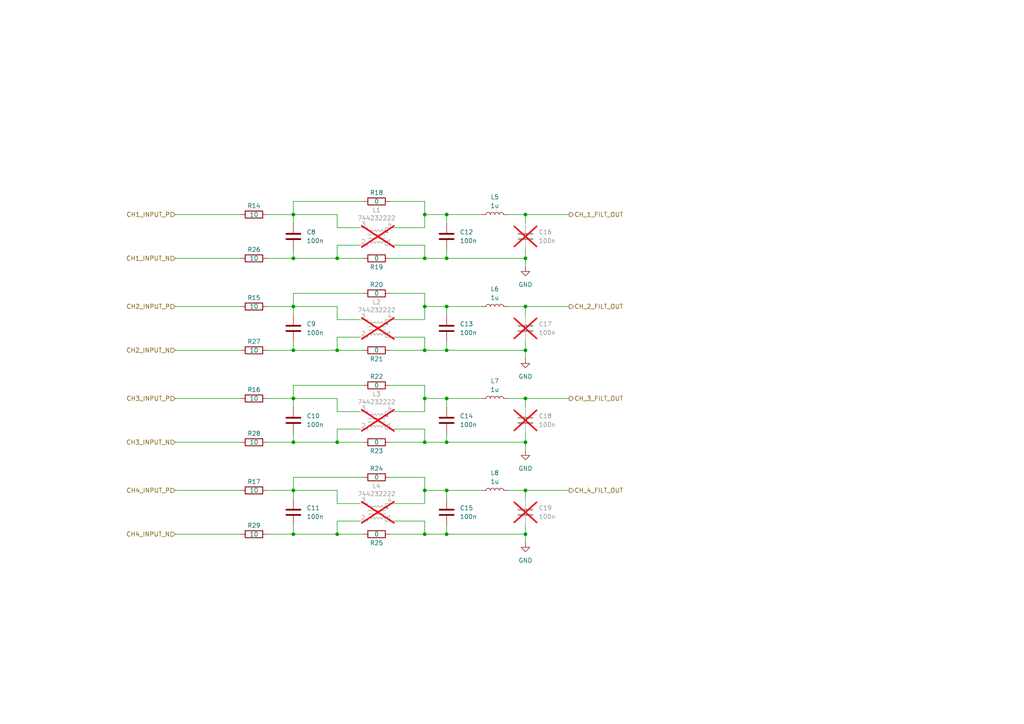
<source format=kicad_sch>
(kicad_sch (version 20250114) (generator "eeschema") (generator_version "9.0")
  (paper "A4")
  (lib_symbols
    (symbol "Device:C" (pin_numbers (hide yes)) (pin_names (offset 0.254))
      (property "Reference" "C" (at 0.635 2.54 0))
      (property "Value" "C" (at 0.635 -2.54 0))
      (symbol "C_0_1"
        (polyline (pts (xy -2.032 0.762) (xy 2.032 0.762)) (stroke (width 0.508)))
        (polyline (pts (xy -2.032 -0.762) (xy 2.032 -0.762)) (stroke (width 0.508)))
      )
      (symbol "C_1_1"
        (pin passive line (at 0 3.81 270) (length 2.794) (name "~") (number "1"))
        (pin passive line (at 0 -3.81 90) (length 2.794) (name "~") (number "2"))
      )
    )
    (symbol "Device:L" (pin_numbers (hide yes)) (pin_names (offset 1.016) (hide yes))
      (property "Reference" "L" (at -1.27 0 90))
      (property "Value" "L" (at 1.905 0 90))
      (symbol "L_0_1"
        (arc (start 0 2.54) (mid 0.6323 1.905) (end 0 1.27))
        (arc (start 0 1.27) (mid 0.6323 0.635) (end 0 0))
        (arc (start 0 0) (mid 0.6323 -0.635) (end 0 -1.27))
        (arc (start 0 -1.27) (mid 0.6323 -1.905) (end 0 -2.54))
      )
      (symbol "L_1_1"
        (pin passive line (at 0 3.81 270) (length 1.27) (name "1") (number "1"))
        (pin passive line (at 0 -3.81 90) (length 1.27) (name "2") (number "2"))
      )
    )
    (symbol "Device:L_Iron_Coupled_1243" (pin_names (offset 0.254) (hide yes))
      (property "Reference" "L" (at 0 4.445 0))
      (property "Value" "L_Iron_Coupled_1243" (at 0 -4.445 0))
      (symbol "L_Iron_Coupled_1243_0_1"
        (circle (center -3.048 1.524) (radius 0.254) (fill (type outline)))
        (circle (center -3.048 -1.27) (radius 0.254) (fill (type outline)))
        (polyline (pts (xy -2.54 2.032) (xy -2.54 2.54)))
        (polyline (pts (xy -2.54 0.508) (xy 2.54 0.508)))
        (polyline (pts (xy -2.54 -2.032) (xy -2.54 -2.54)))
        (arc (start -1.524 2.032) (mid -2.032 1.5262) (end -2.54 2.032))
        (arc (start -2.54 -2.032) (mid -2.032 -1.5262) (end -1.524 -2.032))
        (arc (start -0.508 2.032) (mid -1.016 1.5262) (end -1.524 2.032))
        (arc (start -1.524 -2.032) (mid -1.016 -1.5262) (end -0.508 -2.032))
        (arc (start 0.508 2.032) (mid 0 1.5262) (end -0.508 2.032))
        (arc (start -0.508 -2.032) (mid 0 -1.5262) (end 0.508 -2.032))
        (arc (start 1.524 2.032) (mid 1.016 1.5262) (end 0.508 2.032))
        (arc (start 0.508 -2.032) (mid 1.016 -1.5262) (end 1.524 -2.032))
        (arc (start 2.54 2.032) (mid 2.032 1.5262) (end 1.524 2.032))
        (arc (start 1.524 -2.032) (mid 2.032 -1.5262) (end 2.54 -2.032))
        (polyline (pts (xy 2.54 2.54) (xy 2.54 2.032)))
        (polyline (pts (xy 2.54 -0.508) (xy -2.54 -0.508)))
        (polyline (pts (xy 2.54 -2.032) (xy 2.54 -2.54)))
      )
      (symbol "L_Iron_Coupled_1243_1_1"
        (pin passive line (at -5.08 2.54 0) (length 2.54) (name "1") (number "1"))
        (pin passive line (at -5.08 -2.54 0) (length 2.54) (name "4") (number "4"))
        (pin passive line (at 5.08 2.54 180) (length 2.54) (name "2") (number "2"))
        (pin passive line (at 5.08 -2.54 180) (length 2.54) (name "3") (number "3"))
      )
    )
    (symbol "Device:R" (pin_numbers (hide yes)) (pin_names (offset 0))
      (property "Reference" "R" (at 2.032 0 90))
      (property "Value" "R" (at 0 0 90))
      (symbol "R_0_1"
        (rectangle (start -1.016 -2.54) (end 1.016 2.54) (stroke (width 0.254)))
      )
      (symbol "R_1_1"
        (pin passive line (at 0 3.81 270) (length 1.27) (name "~") (number "1"))
        (pin passive line (at 0 -3.81 90) (length 1.27) (name "~") (number "2"))
      )
    )
    (symbol "power:GND" (power) (pin_numbers (hide yes)) (pin_names (offset 0) (hide yes))
      (property "Value" "GND" (at 0 -3.81 0))
      (symbol "GND_0_1"
        (polyline (pts (xy 0 0) (xy 0 -1.27) (xy 1.27 -1.27) (xy 0 -2.54) (xy -1.27 -1.27) (xy 0 -1.27)))
      )
      (symbol "GND_1_1"
        (pin power_in line (at 0 0 270) (length 0) (name "~") (number "1"))
      )
    )
  )
  (junction (at 85.09 154.94))
  (junction (at 129.54 62.23))
  (junction (at 97.79 74.93))
  (junction (at 129.54 154.94))
  (junction (at 129.54 115.57))
  (junction (at 123.19 62.23))
  (junction (at 152.4 101.6))
  (junction (at 85.09 62.23))
  (junction (at 85.09 101.6))
  (junction (at 152.4 88.9))
  (junction (at 129.54 101.6))
  (junction (at 152.4 74.93))
  (junction (at 85.09 88.9))
  (junction (at 152.4 128.27))
  (junction (at 123.19 74.93))
  (junction (at 129.54 88.9))
  (junction (at 85.09 74.93))
  (junction (at 85.09 115.57))
  (junction (at 97.79 128.27))
  (junction (at 152.4 142.24))
  (junction (at 123.19 88.9))
  (junction (at 129.54 74.93))
  (junction (at 123.19 128.27))
  (junction (at 97.79 101.6))
  (junction (at 123.19 154.94))
  (junction (at 85.09 128.27))
  (junction (at 123.19 101.6))
  (junction (at 97.79 154.94))
  (junction (at 123.19 142.24))
  (junction (at 152.4 154.94))
  (junction (at 129.54 142.24))
  (junction (at 152.4 115.57))
  (junction (at 85.09 142.24))
  (junction (at 123.19 115.57))
  (junction (at 129.54 128.27))
  (junction (at 152.4 62.23))
  (wire (pts (xy 123.19 128.27) (xy 129.54 128.27)))
  (wire (pts (xy 77.47 62.23) (xy 85.09 62.23)))
  (wire (pts (xy 104.14 146.05) (xy 97.79 146.05)))
  (wire (pts (xy 97.79 101.6) (xy 105.41 101.6)))
  (wire (pts (xy 85.09 128.27) (xy 85.09 125.73)))
  (wire (pts (xy 85.09 101.6) (xy 85.09 99.06)))
  (wire (pts (xy 123.19 88.9) (xy 123.19 92.71)))
  (wire (pts (xy 129.54 72.39) (xy 129.54 74.93)))
  (wire (pts (xy 105.41 85.09) (xy 85.09 85.09)))
  (wire (pts (xy 123.19 142.24) (xy 129.54 142.24)))
  (wire (pts (xy 97.79 71.12) (xy 104.14 71.12)))
  (wire (pts (xy 123.19 66.04) (xy 114.3 66.04)))
  (wire (pts (xy 129.54 99.06) (xy 129.54 101.6)))
  (wire (pts (xy 129.54 62.23) (xy 139.7 62.23)))
  (wire (pts (xy 129.54 144.78) (xy 129.54 142.24)))
  (wire (pts (xy 113.03 74.93) (xy 123.19 74.93)))
  (wire (pts (xy 123.19 119.38) (xy 114.3 119.38)))
  (wire (pts (xy 129.54 74.93) (xy 152.4 74.93)))
  (wire (pts (xy 129.54 142.24) (xy 139.7 142.24)))
  (wire (pts (xy 85.09 138.43) (xy 85.09 142.24)))
  (wire (pts (xy 97.79 154.94) (xy 105.41 154.94)))
  (wire (pts (xy 152.4 62.23) (xy 152.4 64.77)))
  (wire (pts (xy 123.19 58.42) (xy 123.19 62.23)))
  (wire (pts (xy 85.09 115.57) (xy 85.09 118.11)))
  (wire (pts (xy 123.19 151.13) (xy 114.3 151.13)))
  (wire (pts (xy 85.09 142.24) (xy 85.09 144.78)))
  (wire (pts (xy 147.32 88.9) (xy 152.4 88.9)))
  (wire (pts (xy 97.79 146.05) (xy 97.79 142.24)))
  (wire (pts (xy 129.54 101.6) (xy 152.4 101.6)))
  (wire (pts (xy 123.19 88.9) (xy 129.54 88.9)))
  (wire (pts (xy 152.4 88.9) (xy 165.1 88.9)))
  (wire (pts (xy 123.19 154.94) (xy 129.54 154.94)))
  (wire (pts (xy 147.32 115.57) (xy 152.4 115.57)))
  (wire (pts (xy 113.03 111.76) (xy 123.19 111.76)))
  (wire (pts (xy 123.19 101.6) (xy 129.54 101.6)))
  (wire (pts (xy 97.79 115.57) (xy 85.09 115.57)))
  (wire (pts (xy 123.19 92.71) (xy 114.3 92.71)))
  (wire (pts (xy 113.03 58.42) (xy 123.19 58.42)))
  (wire (pts (xy 77.47 154.94) (xy 85.09 154.94)))
  (wire (pts (xy 113.03 138.43) (xy 123.19 138.43)))
  (wire (pts (xy 50.8 74.93) (xy 69.85 74.93)))
  (wire (pts (xy 152.4 62.23) (xy 165.1 62.23)))
  (wire (pts (xy 97.79 71.12) (xy 97.79 74.93)))
  (wire (pts (xy 113.03 85.09) (xy 123.19 85.09)))
  (wire (pts (xy 123.19 124.46) (xy 114.3 124.46)))
  (wire (pts (xy 77.47 101.6) (xy 85.09 101.6)))
  (wire (pts (xy 152.4 152.4) (xy 152.4 154.94)))
  (wire (pts (xy 113.03 128.27) (xy 123.19 128.27)))
  (wire (pts (xy 152.4 142.24) (xy 165.1 142.24)))
  (wire (pts (xy 50.8 128.27) (xy 69.85 128.27)))
  (wire (pts (xy 123.19 71.12) (xy 114.3 71.12)))
  (wire (pts (xy 123.19 101.6) (xy 123.19 97.79)))
  (wire (pts (xy 104.14 119.38) (xy 97.79 119.38)))
  (wire (pts (xy 104.14 97.79) (xy 97.79 97.79)))
  (wire (pts (xy 104.14 124.46) (xy 97.79 124.46)))
  (wire (pts (xy 147.32 142.24) (xy 152.4 142.24)))
  (wire (pts (xy 85.09 101.6) (xy 97.79 101.6)))
  (wire (pts (xy 97.79 128.27) (xy 105.41 128.27)))
  (wire (pts (xy 129.54 64.77) (xy 129.54 62.23)))
  (wire (pts (xy 129.54 154.94) (xy 152.4 154.94)))
  (wire (pts (xy 97.79 151.13) (xy 97.79 154.94)))
  (wire (pts (xy 104.14 151.13) (xy 97.79 151.13)))
  (wire (pts (xy 50.8 142.24) (xy 69.85 142.24)))
  (wire (pts (xy 152.4 154.94) (xy 152.4 157.48)))
  (wire (pts (xy 97.79 66.04) (xy 97.79 62.23)))
  (wire (pts (xy 123.19 142.24) (xy 123.19 146.05)))
  (wire (pts (xy 97.79 62.23) (xy 85.09 62.23)))
  (wire (pts (xy 85.09 74.93) (xy 97.79 74.93)))
  (wire (pts (xy 123.19 62.23) (xy 123.19 66.04)))
  (wire (pts (xy 97.79 88.9) (xy 85.09 88.9)))
  (wire (pts (xy 50.8 88.9) (xy 69.85 88.9)))
  (wire (pts (xy 129.54 125.73) (xy 129.54 128.27)))
  (wire (pts (xy 123.19 151.13) (xy 123.19 154.94)))
  (wire (pts (xy 152.4 74.93) (xy 152.4 77.47)))
  (wire (pts (xy 97.79 92.71) (xy 97.79 88.9)))
  (wire (pts (xy 105.41 58.42) (xy 85.09 58.42)))
  (wire (pts (xy 123.19 97.79) (xy 114.3 97.79)))
  (wire (pts (xy 123.19 115.57) (xy 123.19 119.38)))
  (wire (pts (xy 152.4 101.6) (xy 152.4 104.14)))
  (wire (pts (xy 147.32 62.23) (xy 152.4 62.23)))
  (wire (pts (xy 50.8 101.6) (xy 69.85 101.6)))
  (wire (pts (xy 152.4 99.06) (xy 152.4 101.6)))
  (wire (pts (xy 50.8 154.94) (xy 69.85 154.94)))
  (wire (pts (xy 97.79 124.46) (xy 97.79 128.27)))
  (wire (pts (xy 113.03 154.94) (xy 123.19 154.94)))
  (wire (pts (xy 152.4 115.57) (xy 165.1 115.57)))
  (wire (pts (xy 152.4 125.73) (xy 152.4 128.27)))
  (wire (pts (xy 77.47 88.9) (xy 85.09 88.9)))
  (wire (pts (xy 85.09 154.94) (xy 85.09 152.4)))
  (wire (pts (xy 85.09 88.9) (xy 85.09 91.44)))
  (wire (pts (xy 77.47 74.93) (xy 85.09 74.93)))
  (wire (pts (xy 123.19 74.93) (xy 123.19 71.12)))
  (wire (pts (xy 152.4 88.9) (xy 152.4 91.44)))
  (wire (pts (xy 129.54 115.57) (xy 139.7 115.57)))
  (wire (pts (xy 123.19 115.57) (xy 129.54 115.57)))
  (wire (pts (xy 152.4 142.24) (xy 152.4 144.78)))
  (wire (pts (xy 85.09 58.42) (xy 85.09 62.23)))
  (wire (pts (xy 104.14 92.71) (xy 97.79 92.71)))
  (wire (pts (xy 152.4 128.27) (xy 152.4 130.81)))
  (wire (pts (xy 85.09 154.94) (xy 97.79 154.94)))
  (wire (pts (xy 129.54 118.11) (xy 129.54 115.57)))
  (wire (pts (xy 85.09 74.93) (xy 85.09 72.39)))
  (wire (pts (xy 123.19 146.05) (xy 114.3 146.05)))
  (wire (pts (xy 50.8 115.57) (xy 69.85 115.57)))
  (wire (pts (xy 105.41 138.43) (xy 85.09 138.43)))
  (wire (pts (xy 77.47 128.27) (xy 85.09 128.27)))
  (wire (pts (xy 123.19 85.09) (xy 123.19 88.9)))
  (wire (pts (xy 113.03 101.6) (xy 123.19 101.6)))
  (wire (pts (xy 85.09 85.09) (xy 85.09 88.9)))
  (wire (pts (xy 50.8 62.23) (xy 69.85 62.23)))
  (wire (pts (xy 85.09 62.23) (xy 85.09 64.77)))
  (wire (pts (xy 129.54 128.27) (xy 152.4 128.27)))
  (wire (pts (xy 123.19 128.27) (xy 123.19 124.46)))
  (wire (pts (xy 129.54 88.9) (xy 139.7 88.9)))
  (wire (pts (xy 152.4 72.39) (xy 152.4 74.93)))
  (wire (pts (xy 123.19 74.93) (xy 129.54 74.93)))
  (wire (pts (xy 105.41 111.76) (xy 85.09 111.76)))
  (wire (pts (xy 77.47 142.24) (xy 85.09 142.24)))
  (wire (pts (xy 97.79 74.93) (xy 105.41 74.93)))
  (wire (pts (xy 152.4 115.57) (xy 152.4 118.11)))
  (wire (pts (xy 85.09 128.27) (xy 97.79 128.27)))
  (wire (pts (xy 123.19 111.76) (xy 123.19 115.57)))
  (wire (pts (xy 97.79 119.38) (xy 97.79 115.57)))
  (wire (pts (xy 123.19 62.23) (xy 129.54 62.23)))
  (wire (pts (xy 123.19 138.43) (xy 123.19 142.24)))
  (wire (pts (xy 129.54 91.44) (xy 129.54 88.9)))
  (wire (pts (xy 97.79 97.79) (xy 97.79 101.6)))
  (wire (pts (xy 97.79 142.24) (xy 85.09 142.24)))
  (wire (pts (xy 85.09 111.76) (xy 85.09 115.57)))
  (wire (pts (xy 77.47 115.57) (xy 85.09 115.57)))
  (wire (pts (xy 97.79 66.04) (xy 104.14 66.04)))
  (wire (pts (xy 129.54 152.4) (xy 129.54 154.94)))
  (hierarchical_label "CH2_INPUT_P" (shape input) (at 50.8 88.9 180))
  (hierarchical_label "CH3_INPUT_P" (shape input) (at 50.8 115.57 180))
  (hierarchical_label "CH_3_FILT_OUT" (shape output) (at 165.1 115.57 0))
  (hierarchical_label "CH_4_FILT_OUT" (shape output) (at 165.1 142.24 0))
  (hierarchical_label "CH1_INPUT_P" (shape input) (at 50.8 62.23 180))
  (hierarchical_label "CH_2_FILT_OUT" (shape output) (at 165.1 88.9 0))
  (hierarchical_label "CH_1_FILT_OUT" (shape output) (at 165.1 62.23 0))
  (hierarchical_label "CH2_INPUT_N" (shape input) (at 50.8 101.6 180))
  (hierarchical_label "CH4_INPUT_P" (shape input) (at 50.8 142.24 180))
  (hierarchical_label "CH1_INPUT_N" (shape input) (at 50.8 74.93 180))
  (hierarchical_label "CH3_INPUT_N" (shape input) (at 50.8 128.27 180))
  (hierarchical_label "CH4_INPUT_N" (shape input) (at 50.8 154.94 180))
  (symbol (lib_id "Device:R") (at 73.66 101.6 90) (unit 1)
    (property "Reference" "R27" (at 73.66 99.06 90))
    (property "Value" "10" (at 73.66 101.6 90))
    (property "Footprint" "Resistor_SMD:R_0603_1608Metric" (effects (hide yes)))
    (property "Description" "Resistor" (effects (hide yes)))
  )
  (symbol (lib_id "Device:R") (at 109.22 128.27 90) (mirror x) (unit 1)
    (property "Reference" "R23" (at 109.22 130.81 90))
    (property "Value" "0" (at 109.22 128.27 90))
    (property "Footprint" "Resistor_SMD:R_0603_1608Metric" (effects (hide yes)))
    (property "Description" "Resistor" (effects (hide yes)))
  )
  (symbol (lib_id "Device:R") (at 109.22 154.94 90) (mirror x) (unit 1)
    (property "Reference" "R25" (at 109.22 157.48 90))
    (property "Value" "0" (at 109.22 154.94 90))
    (property "Footprint" "Resistor_SMD:R_0603_1608Metric" (effects (hide yes)))
    (property "Description" "Resistor" (effects (hide yes)))
  )
  (symbol (lib_id "Device:C") (at 85.09 121.92 0) (unit 1)
    (property "Reference" "C10" (at 88.9 120.6499 0) (effects (justify left)))
    (property "Value" "100n" (at 88.9 123.1899 0) (effects (justify left)))
    (property "Footprint" "Capacitor_SMD:C_0603_1608Metric" (effects (hide yes)))
    (property "Description" "Unpolarized capacitor" (effects (hide yes)))
  )
  (symbol (lib_id "Device:R") (at 73.66 74.93 90) (unit 1)
    (property "Reference" "R26" (at 73.66 72.39 90))
    (property "Value" "10" (at 73.66 74.93 90))
    (property "Footprint" "Resistor_SMD:R_0603_1608Metric" (effects (hide yes)))
    (property "Description" "Resistor" (effects (hide yes)))
  )
  (symbol (lib_id "Device:R") (at 109.22 111.76 90) (unit 1)
    (property "Reference" "R22" (at 109.22 109.22 90))
    (property "Value" "0" (at 109.22 111.76 90))
    (property "Footprint" "Resistor_SMD:R_0603_1608Metric" (effects (hide yes)))
    (property "Description" "Resistor" (effects (hide yes)))
  )
  (symbol (lib_id "Device:L_Iron_Coupled_1243") (at 109.22 121.92 180) (unit 1) (dnp yes)
    (property "Reference" "L3" (at 109.22 114.3 0))
    (property "Value" "744232222" (at 109.22 116.586 0))
    (property "Footprint" "Inductor_SMD:L_CommonMode_Wurth_WE-CNSW-1206" (effects (hide yes)))
    (property "Description" "744232222" (effects (hide yes)))
  )
  (symbol (lib_id "power:GND") (at 152.4 77.47 0) (unit 1)
    (property "Reference" "#PWR036" (effects (hide yes)))
    (property "Value" "GND" (at 152.4 82.55 0))
    (property "Description" "Power symbol creates a global label with name \"GND\" , ground" (effects (hide yes)))
  )
  (symbol (lib_id "Device:L") (at 143.51 115.57 90) (unit 1)
    (property "Reference" "L7" (at 143.51 110.49 90))
    (property "Value" "1u" (at 143.51 113.03 90))
    (property "Footprint" "Inductor_SMD:L_0805_2012Metric" (effects (hide yes)))
    (property "Description" "Inductor" (effects (hide yes)))
  )
  (symbol (lib_id "power:GND") (at 152.4 104.14 0) (unit 1)
    (property "Reference" "#PWR037" (effects (hide yes)))
    (property "Value" "GND" (at 152.4 109.22 0))
    (property "Description" "Power symbol creates a global label with name \"GND\" , ground" (effects (hide yes)))
  )
  (symbol (lib_id "Device:C") (at 85.09 68.58 0) (unit 1)
    (property "Reference" "C8" (at 88.9 67.3099 0) (effects (justify left)))
    (property "Value" "100n" (at 88.9 69.8499 0) (effects (justify left)))
    (property "Footprint" "Capacitor_SMD:C_0603_1608Metric" (effects (hide yes)))
    (property "Description" "Unpolarized capacitor" (effects (hide yes)))
  )
  (symbol (lib_id "Device:R") (at 73.66 62.23 90) (unit 1)
    (property "Reference" "R14" (at 73.66 59.69 90))
    (property "Value" "10" (at 73.66 62.23 90))
    (property "Footprint" "Resistor_SMD:R_0603_1608Metric" (effects (hide yes)))
    (property "Description" "Resistor" (effects (hide yes)))
  )
  (symbol (lib_id "Device:R") (at 109.22 58.42 90) (unit 1)
    (property "Reference" "R18" (at 109.22 55.88 90))
    (property "Value" "0" (at 109.22 58.42 90))
    (property "Footprint" "Resistor_SMD:R_0603_1608Metric" (effects (hide yes)))
    (property "Description" "Resistor" (effects (hide yes)))
  )
  (symbol (lib_id "Device:R") (at 73.66 142.24 90) (unit 1)
    (property "Reference" "R17" (at 73.66 139.7 90))
    (property "Value" "10" (at 73.66 142.24 90))
    (property "Footprint" "Resistor_SMD:R_0603_1608Metric" (effects (hide yes)))
    (property "Description" "Resistor" (effects (hide yes)))
  )
  (symbol (lib_id "Device:C") (at 152.4 95.25 0) (unit 1) (dnp yes)
    (property "Reference" "C17" (at 156.21 93.9799 0) (effects (justify left)))
    (property "Value" "100n" (at 156.21 96.5199 0) (effects (justify left)))
    (property "Footprint" "Capacitor_SMD:C_0603_1608Metric" (effects (hide yes)))
    (property "Description" "Unpolarized capacitor" (effects (hide yes)))
  )
  (symbol (lib_id "Device:C") (at 129.54 95.25 0) (unit 1)
    (property "Reference" "C13" (at 133.35 93.9799 0) (effects (justify left)))
    (property "Value" "100n" (at 133.35 96.5199 0) (effects (justify left)))
    (property "Footprint" "Capacitor_SMD:C_0603_1608Metric" (effects (hide yes)))
    (property "Description" "Unpolarized capacitor" (effects (hide yes)))
  )
  (symbol (lib_id "Device:R") (at 109.22 138.43 90) (unit 1)
    (property "Reference" "R24" (at 109.22 135.89 90))
    (property "Value" "0" (at 109.22 138.43 90))
    (property "Footprint" "Resistor_SMD:R_0603_1608Metric" (effects (hide yes)))
    (property "Description" "Resistor" (effects (hide yes)))
  )
  (symbol (lib_id "Device:C") (at 152.4 121.92 0) (unit 1) (dnp yes)
    (property "Reference" "C18" (at 156.21 120.6499 0) (effects (justify left)))
    (property "Value" "100n" (at 156.21 123.1899 0) (effects (justify left)))
    (property "Footprint" "Capacitor_SMD:C_0603_1608Metric" (effects (hide yes)))
    (property "Description" "Unpolarized capacitor" (effects (hide yes)))
  )
  (symbol (lib_id "Device:R") (at 73.66 128.27 90) (unit 1)
    (property "Reference" "R28" (at 73.66 125.73 90))
    (property "Value" "10" (at 73.66 128.27 90))
    (property "Footprint" "Resistor_SMD:R_0603_1608Metric" (effects (hide yes)))
    (property "Description" "Resistor" (effects (hide yes)))
  )
  (symbol (lib_id "Device:C") (at 129.54 68.58 0) (unit 1)
    (property "Reference" "C12" (at 133.35 67.3099 0) (effects (justify left)))
    (property "Value" "100n" (at 133.35 69.8499 0) (effects (justify left)))
    (property "Footprint" "Capacitor_SMD:C_0603_1608Metric" (effects (hide yes)))
    (property "Description" "Unpolarized capacitor" (effects (hide yes)))
  )
  (symbol (lib_id "Device:C") (at 85.09 148.59 0) (unit 1)
    (property "Reference" "C11" (at 88.9 147.3199 0) (effects (justify left)))
    (property "Value" "100n" (at 88.9 149.8599 0) (effects (justify left)))
    (property "Footprint" "Capacitor_SMD:C_0603_1608Metric" (effects (hide yes)))
    (property "Description" "Unpolarized capacitor" (effects (hide yes)))
  )
  (symbol (lib_id "Device:R") (at 109.22 85.09 90) (unit 1)
    (property "Reference" "R20" (at 109.22 82.55 90))
    (property "Value" "0" (at 109.22 85.09 90))
    (property "Footprint" "Resistor_SMD:R_0603_1608Metric" (effects (hide yes)))
    (property "Description" "Resistor" (effects (hide yes)))
  )
  (symbol (lib_id "Device:L_Iron_Coupled_1243") (at 109.22 148.59 180) (unit 1) (dnp yes)
    (property "Reference" "L4" (at 109.22 140.97 0))
    (property "Value" "744232222" (at 109.22 143.256 0))
    (property "Footprint" "Inductor_SMD:L_CommonMode_Wurth_WE-CNSW-1206" (effects (hide yes)))
    (property "Description" "744232222" (effects (hide yes)))
  )
  (symbol (lib_id "Device:R") (at 109.22 74.93 90) (mirror x) (unit 1)
    (property "Reference" "R19" (at 109.22 77.47 90))
    (property "Value" "0" (at 109.22 74.93 90))
    (property "Footprint" "Resistor_SMD:R_0603_1608Metric" (effects (hide yes)))
    (property "Description" "Resistor" (effects (hide yes)))
  )
  (symbol (lib_id "Device:C") (at 129.54 148.59 0) (unit 1)
    (property "Reference" "C15" (at 133.35 147.3199 0) (effects (justify left)))
    (property "Value" "100n" (at 133.35 149.8599 0) (effects (justify left)))
    (property "Footprint" "Capacitor_SMD:C_0603_1608Metric" (effects (hide yes)))
    (property "Description" "Unpolarized capacitor" (effects (hide yes)))
  )
  (symbol (lib_id "Device:L") (at 143.51 62.23 90) (unit 1)
    (property "Reference" "L5" (at 143.51 57.15 90))
    (property "Value" "1u" (at 143.51 59.69 90))
    (property "Footprint" "Inductor_SMD:L_0805_2012Metric" (effects (hide yes)))
    (property "Description" "Inductor" (effects (hide yes)))
  )
  (symbol (lib_id "Device:R") (at 73.66 115.57 90) (unit 1)
    (property "Reference" "R16" (at 73.66 113.03 90))
    (property "Value" "10" (at 73.66 115.57 90))
    (property "Footprint" "Resistor_SMD:R_0603_1608Metric" (effects (hide yes)))
    (property "Description" "Resistor" (effects (hide yes)))
  )
  (symbol (lib_id "Device:R") (at 109.22 101.6 90) (mirror x) (unit 1)
    (property "Reference" "R21" (at 109.22 104.14 90))
    (property "Value" "0" (at 109.22 101.6 90))
    (property "Footprint" "Resistor_SMD:R_0603_1608Metric" (effects (hide yes)))
    (property "Description" "Resistor" (effects (hide yes)))
  )
  (symbol (lib_id "Device:L_Iron_Coupled_1243") (at 109.22 68.58 180) (unit 1) (dnp yes)
    (property "Reference" "L1" (at 109.22 60.96 0))
    (property "Value" "744232222" (at 109.22 63.246 0))
    (property "Footprint" "Inductor_SMD:L_CommonMode_Wurth_WE-CNSW-1206" (effects (hide yes)))
    (property "Description" "744232222" (effects (hide yes)))
  )
  (symbol (lib_id "Device:L_Iron_Coupled_1243") (at 109.22 95.25 180) (unit 1) (dnp yes)
    (property "Reference" "L2" (at 109.22 87.63 0))
    (property "Value" "744232222" (at 109.22 89.916 0))
    (property "Footprint" "Inductor_SMD:L_CommonMode_Wurth_WE-CNSW-1206" (effects (hide yes)))
    (property "Description" "744232222" (effects (hide yes)))
  )
  (symbol (lib_id "power:GND") (at 152.4 130.81 0) (unit 1)
    (property "Reference" "#PWR038" (effects (hide yes)))
    (property "Value" "GND" (at 152.4 135.89 0))
    (property "Description" "Power symbol creates a global label with name \"GND\" , ground" (effects (hide yes)))
  )
  (symbol (lib_id "Device:R") (at 73.66 154.94 90) (unit 1)
    (property "Reference" "R29" (at 73.66 152.4 90))
    (property "Value" "10" (at 73.66 154.94 90))
    (property "Footprint" "Resistor_SMD:R_0603_1608Metric" (effects (hide yes)))
    (property "Description" "Resistor" (effects (hide yes)))
  )
  (symbol (lib_id "Device:L") (at 143.51 88.9 90) (unit 1)
    (property "Reference" "L6" (at 143.51 83.82 90))
    (property "Value" "1u" (at 143.51 86.36 90))
    (property "Footprint" "Inductor_SMD:L_0805_2012Metric" (effects (hide yes)))
    (property "Description" "Inductor" (effects (hide yes)))
  )
  (symbol (lib_id "Device:C") (at 85.09 95.25 0) (unit 1)
    (property "Reference" "C9" (at 88.9 93.9799 0) (effects (justify left)))
    (property "Value" "100n" (at 88.9 96.5199 0) (effects (justify left)))
    (property "Footprint" "Capacitor_SMD:C_0603_1608Metric" (effects (hide yes)))
    (property "Description" "Unpolarized capacitor" (effects (hide yes)))
  )
  (symbol (lib_id "Device:C") (at 152.4 68.58 0) (unit 1) (dnp yes)
    (property "Reference" "C16" (at 156.21 67.3099 0) (effects (justify left)))
    (property "Value" "100n" (at 156.21 69.8499 0) (effects (justify left)))
    (property "Footprint" "Capacitor_SMD:C_0603_1608Metric" (effects (hide yes)))
    (property "Description" "Unpolarized capacitor" (effects (hide yes)))
  )
  (symbol (lib_id "Device:L") (at 143.51 142.24 90) (unit 1)
    (property "Reference" "L8" (at 143.51 137.16 90))
    (property "Value" "1u" (at 143.51 139.7 90))
    (property "Footprint" "Inductor_SMD:L_0805_2012Metric" (effects (hide yes)))
    (property "Description" "Inductor" (effects (hide yes)))
  )
  (symbol (lib_id "Device:R") (at 73.66 88.9 90) (unit 1)
    (property "Reference" "R15" (at 73.66 86.36 90))
    (property "Value" "10" (at 73.66 88.9 90))
    (property "Footprint" "Resistor_SMD:R_0603_1608Metric" (effects (hide yes)))
    (property "Description" "Resistor" (effects (hide yes)))
  )
  (symbol (lib_id "Device:C") (at 152.4 148.59 0) (unit 1) (dnp yes)
    (property "Reference" "C19" (at 156.21 147.3199 0) (effects (justify left)))
    (property "Value" "100n" (at 156.21 149.8599 0) (effects (justify left)))
    (property "Footprint" "Capacitor_SMD:C_0603_1608Metric" (effects (hide yes)))
    (property "Description" "Unpolarized capacitor" (effects (hide yes)))
  )
  (symbol (lib_id "power:GND") (at 152.4 157.48 0) (unit 1)
    (property "Reference" "#PWR039" (effects (hide yes)))
    (property "Value" "GND" (at 152.4 162.56 0))
    (property "Description" "Power symbol creates a global label with name \"GND\" , ground" (effects (hide yes)))
  )
  (symbol (lib_id "Device:C") (at 129.54 121.92 0) (unit 1)
    (property "Reference" "C14" (at 133.35 120.6499 0) (effects (justify left)))
    (property "Value" "100n" (at 133.35 123.1899 0) (effects (justify left)))
    (property "Footprint" "Capacitor_SMD:C_0603_1608Metric" (effects (hide yes)))
    (property "Description" "Unpolarized capacitor" (effects (hide yes)))
  )
)
</source>
